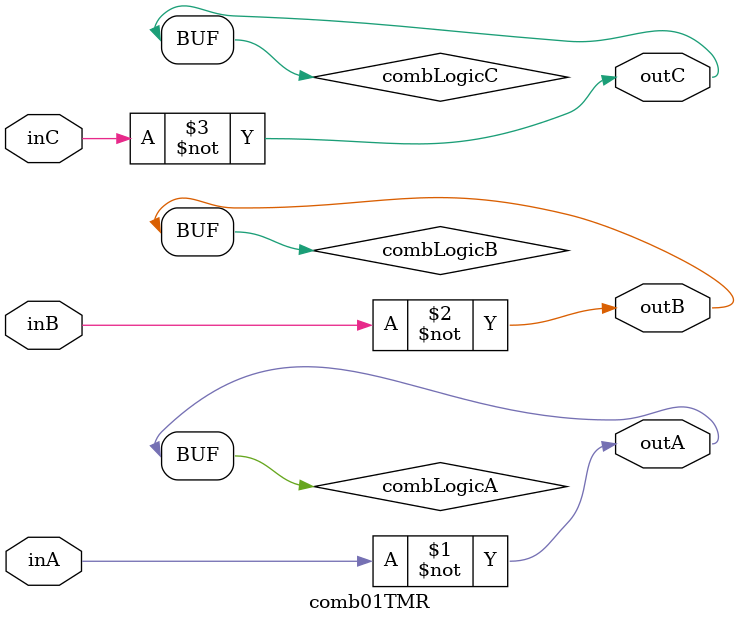
<source format=v>
module comb01TMR(
  inA,
  inB,
  inC,
  outA,
  outB,
  outC
);
input inA;
input inB;
input inC;
output outA;
output outB;
output outC;
wire combLogicA;
wire combLogicB;
wire combLogicC;
assign combLogicA =  ~inA;
assign combLogicB =  ~inB;
assign combLogicC =  ~inC;
assign outA =  combLogicA;
assign outB =  combLogicB;
assign outC =  combLogicC;
endmodule

</source>
